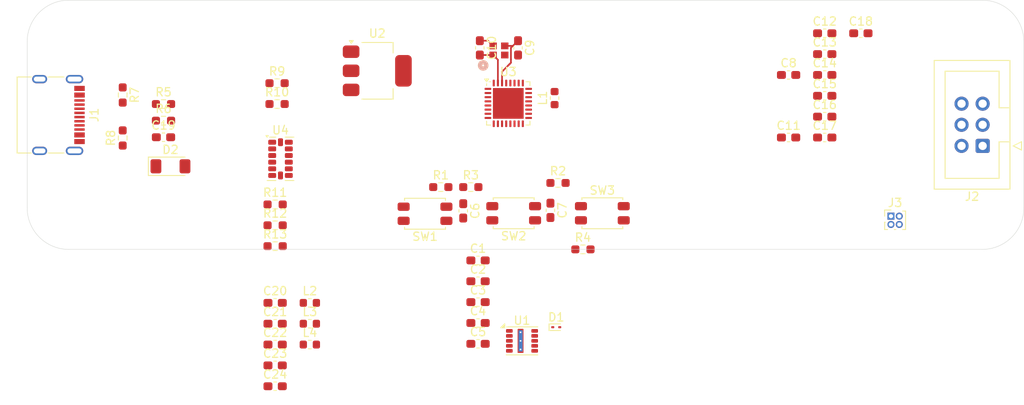
<source format=kicad_pcb>
(kicad_pcb (version 20241229) (generator "pcbnew") (generator_version "9.0")
  (layers (0 "F.Cu" signal) (2 "B.Cu" signal) (13 "F.Paste" user) (15 "B.Paste" user) (5 "F.SilkS" user "F.Silkscreen") (7 "B.SilkS" user "B.Silkscreen") (1 "F.Mask" user) (3 "B.Mask" user) (25 "Edge.Cuts" user))
  (net 0 "")
  (net 1 "GNDREF")
  (net 2 "+12V")
  (net 3 "+5V_buck")
  (net 4 "+5V")
  (net 5 "+3.3V")
  (net 6 "EN")
  (net 7 "BOOT")
  (net 8 "Net-(U3-CHIP_PU)")
  (net 9 "XTAL_N")
  (net 10 "XTAL_P")
  (net 11 "Net-(U3-VDDA3P3)")
  (net 12 "Net-(C19-Pad2)")
  (net 13 "ANT_MICRO")
  (net 14 "Net-(C21-Pad1)")
  (net 15 "Net-(C22-Pad2)")
  (net 16 "ANT_OUT")
  (net 17 "Net-(D2-A)")
  (net 18 "Net-(J1-D--PadA7)")
  (net 19 "Net-(J1-D+-PadA6)")
  (net 22 "Net-(J1-CC2)")
  (net 23 "Net-(J1-CC1)")
  (net 25 "Impact_IO")
  (net 27 "Impact_CLK")
  (net 28 "GAS_IN")
  (net 29 "GAS_DIG_IN")
  (net 30 "Net-(U3-GPIO8)")
  (net 31 "USB_DN")
  (net 32 "USB_DP")
  (net 34 "Net-(U3-SDIO_CMD{slash}GPIO18)")
  (net 60 "VBUS")
  (footprint "Inductor_SMD:L_0603_1608Metric" (layer "F.Cu") (at 134.533301 6.440299)
    (property "Reference" "L2" (at 0 -1.43 0) (layer "F.SilkS"))
    (property "Value" "tbd")
    (fp_line (start -0.162779 -0.51) (end 0.162779 -0.51) (stroke (width 0.12)) (layer "F.SilkS"))
    (fp_line (start -0.162779 0.51) (end 0.162779 0.51) (stroke (width 0.12)) (layer "F.SilkS"))
    (pad "1" smd roundrect (at -0.7875 0) (size 0.875 0.95) (layers "F.Cu" "F.Mask" "F.Paste") (net 13 "ANT_MICRO"))
    (pad "2" smd roundrect (at 0.7875 0) (size 0.875 0.95) (layers "F.Cu" "F.Mask" "F.Paste") (net 14 "Net-(C21-Pad1)"))
  )
  (footprint "Capacitor_SMD:C_0603_1608Metric_Pad1.08x0.95mm_HandSolder" (layer "F.Cu") (at 196.525 -21)
    (property "Reference" "C14" (at 0 -1.43 0) (layer "F.SilkS"))
    (property "Value" "10uF")
    (fp_line (start -0.146267 -0.51) (end 0.146267 -0.51) (stroke (width 0.12)) (layer "F.SilkS"))
    (fp_line (start -0.146267 0.51) (end 0.146267 0.51) (stroke (width 0.12)) (layer "F.SilkS"))
    (pad "1" smd roundrect (at -0.8625 0) (size 1.075 0.95) (layers "F.Cu" "F.Mask" "F.Paste") (net 5 "+3.3V"))
    (pad "2" smd roundrect (at 0.8625 0) (size 1.075 0.95) (layers "F.Cu" "F.Mask" "F.Paste") (net 1 "GNDREF"))
  )
  (footprint "Capacitor_SMD:C_0603_1608Metric_Pad1.08x0.95mm_HandSolder" (layer "F.Cu") (at 154.783301 11.370299)
    (property "Reference" "C5" (at 0 -1.43 0) (layer "F.SilkS"))
    (property "Value" "10uF")
    (fp_line (start -0.146267 -0.51) (end 0.146267 -0.51) (stroke (width 0.12)) (layer "F.SilkS"))
    (fp_line (start -0.146267 0.51) (end 0.146267 0.51) (stroke (width 0.12)) (layer "F.SilkS"))
    (pad "1" smd roundrect (at -0.8625 0) (size 1.075 0.95) (layers "F.Cu" "F.Mask" "F.Paste") (net 5 "+3.3V"))
    (pad "2" smd roundrect (at 0.8625 0) (size 1.075 0.95) (layers "F.Cu" "F.Mask" "F.Paste") (net 1 "GNDREF"))
  )
  (footprint "Resistor_SMD:R_0603_1608Metric_Pad0.98x0.95mm_HandSolder" (layer "F.Cu") (at 112 -18.5875 -90)
    (property "Reference" "R7" (at 0 -1.43 90) (layer "F.SilkS"))
    (property "Value" "5.1k")
    (fp_line (start -0.254724 0.5225) (end 0.254724 0.5225) (stroke (width 0.12)) (layer "F.SilkS"))
    (fp_line (start -0.254724 -0.5225) (end 0.254724 -0.5225) (stroke (width 0.12)) (layer "F.SilkS"))
    (pad "1" smd roundrect (at -0.9125 0 270) (size 0.975 0.95) (layers "F.Cu" "F.Mask" "F.Paste") (net 1 "GNDREF"))
    (pad "2" smd roundrect (at 0.9125 0 270) (size 0.975 0.95) (layers "F.Cu" "F.Mask" "F.Paste") (net 23 "Net-(J1-CC1)"))
  )
  (footprint "Resistor_SMD:R_0603_1608Metric_Pad0.98x0.95mm_HandSolder" (layer "F.Cu") (at 130.353301 -0.389701)
    (property "Reference" "R13" (at 0 -1.43 0) (layer "F.SilkS"))
    (property "Value" "100")
    (fp_line (start -0.254724 -0.5225) (end 0.254724 -0.5225) (stroke (width 0.12)) (layer "F.SilkS"))
    (fp_line (start -0.254724 0.5225) (end 0.254724 0.5225) (stroke (width 0.12)) (layer "F.SilkS"))
    (pad "1" smd roundrect (at -0.9125 0) (size 0.975 0.95) (layers "F.Cu" "F.Mask" "F.Paste"))
    (pad "2" smd roundrect (at 0.9125 0) (size 0.975 0.95) (layers "F.Cu" "F.Mask" "F.Paste") (net 60 "VBUS"))
  )
  (footprint "Capacitor_SMD:C_0603_1608Metric_Pad1.08x0.95mm_HandSolder" (layer "F.Cu") (at 154.783301 6.350299)
    (property "Reference" "C3" (at 0 -1.43 0) (layer "F.SilkS"))
    (property "Value" ".47uF")
    (fp_line (start -0.146267 -0.51) (end 0.146267 -0.51) (stroke (width 0.12)) (layer "F.SilkS"))
    (fp_line (start -0.146267 0.51) (end 0.146267 0.51) (stroke (width 0.12)) (layer "F.SilkS"))
    (pad "1" smd roundrect (at -0.8625 0) (size 1.075 0.95) (layers "F.Cu" "F.Mask" "F.Paste") (net 4 "+5V"))
    (pad "2" smd roundrect (at 0.8625 0) (size 1.075 0.95) (layers "F.Cu" "F.Mask" "F.Paste") (net 1 "GNDREF"))
  )
  (footprint "Inductor_SMD:L_0603_1608Metric" (layer "F.Cu") (at 134.533301 11.460299)
    (property "Reference" "L4" (at 0 -1.43 0) (layer "F.SilkS"))
    (property "Value" "tbd")
    (fp_line (start -0.162779 -0.51) (end 0.162779 -0.51) (stroke (width 0.12)) (layer "F.SilkS"))
    (fp_line (start -0.162779 0.51) (end 0.162779 0.51) (stroke (width 0.12)) (layer "F.SilkS"))
    (pad "1" smd roundrect (at -0.7875 0) (size 0.875 0.95) (layers "F.Cu" "F.Mask" "F.Paste") (net 15 "Net-(C22-Pad2)"))
    (pad "2" smd roundrect (at 0.7875 0) (size 0.875 0.95) (layers "F.Cu" "F.Mask" "F.Paste") (net 16 "ANT_OUT"))
  )
  (footprint "Capacitor_SMD:C_0603_1608Metric_Pad1.08x0.95mm_HandSolder" (layer "F.Cu") (at 196.525 -18.49)
    (property "Reference" "C15" (at 0 -1.43 0) (layer "F.SilkS"))
    (property "Value" "0.1uF")
    (fp_line (start -0.146267 -0.51) (end 0.146267 -0.51) (stroke (width 0.12)) (layer "F.SilkS"))
    (fp_line (start -0.146267 0.51) (end 0.146267 0.51) (stroke (width 0.12)) (layer "F.SilkS"))
    (pad "1" smd roundrect (at -0.8625 0) (size 1.075 0.95) (layers "F.Cu" "F.Mask" "F.Paste") (net 11 "Net-(U3-VDDA3P3)"))
    (pad "2" smd roundrect (at 0.8625 0) (size 1.075 0.95) (layers "F.Cu" "F.Mask" "F.Paste") (net 1 "GNDREF"))
  )
  (footprint "Capacitor_SMD:C_0603_1608Metric_Pad1.08x0.95mm_HandSolder" (layer "F.Cu") (at 196.525 -13.47)
    (property "Reference" "C17" (at 0 -1.43 0) (layer "F.SilkS"))
    (property "Value" "1uF")
    (fp_line (start -0.146267 -0.51) (end 0.146267 -0.51) (stroke (width 0.12)) (layer "F.SilkS"))
    (fp_line (start -0.146267 0.51) (end 0.146267 0.51) (stroke (width 0.12)) (layer "F.SilkS"))
    (pad "1" smd roundrect (at -0.8625 0) (size 1.075 0.95) (layers "F.Cu" "F.Mask" "F.Paste") (net 5 "+3.3V"))
    (pad "2" smd roundrect (at 0.8625 0) (size 1.075 0.95) (layers "F.Cu" "F.Mask" "F.Paste") (net 1 "GNDREF"))
  )
  (footprint "Button_Switch_SMD:SW_SPST_EVQP2_MiddlePushTravel_H2.5mm" (layer "F.Cu") (at 148.4 -4.2875 180)
    (property "Reference" "SW1" (at 0 -2.75 0) (layer "F.SilkS"))
    (property "Value" "SW_MEC_5E" (hide yes))
    (fp_line (start 2.46 1.61) (end 2.46 1.86) (stroke (width 0.12)) (layer "F.SilkS"))
    (fp_line (start 2.46 -1.86) (end 2.46 -1.61) (stroke (width 0.12)) (layer "F.SilkS"))
    (fp_line (start 2.46 -1.86) (end -2.46 -1.86) (stroke (width 0.12)) (layer "F.SilkS"))
    (fp_line (start -2.46 1.86) (end 2.46 1.86) (stroke (width 0.12)) (layer "F.SilkS"))
    (fp_line (start -2.46 1.61) (end -2.46 1.86) (stroke (width 0.12)) (layer "F.SilkS"))
    (fp_line (start -2.46 -1.86) (end -2.46 -1.61) (stroke (width 0.12)) (layer "F.SilkS"))
    (pad "1" smd roundrect (at -2.575 -0.85 180) (size 1.45 1) (layers "F.Cu" "F.Mask" "F.Paste") (net 1 "GNDREF"))
    (pad "1" smd roundrect (at 2.575 -0.85 180) (size 1.45 1) (layers "F.Cu" "F.Mask" "F.Paste") (net 1 "GNDREF"))
    (pad "2" smd roundrect (at -2.575 0.85 180) (size 1.45 1) (layers "F.Cu" "F.Mask" "F.Paste") (net 6 "EN"))
    (pad "2" smd roundrect (at 2.575 0.85 180) (size 1.45 1) (layers "F.Cu" "F.Mask" "F.Paste") (net 6 "EN"))
  )
  (footprint "Resistor_SMD:R_0603_1608Metric_Pad0.98x0.95mm_HandSolder" (layer "F.Cu") (at 130.353301 -2.899701)
    (property "Reference" "R12" (at 0 -1.43 0) (layer "F.SilkS"))
    (property "Value" "100k")
    (fp_line (start -0.254724 -0.5225) (end 0.254724 -0.5225) (stroke (width 0.12)) (layer "F.SilkS"))
    (fp_line (start -0.254724 0.5225) (end 0.254724 0.5225) (stroke (width 0.12)) (layer "F.SilkS"))
    (pad "1" smd roundrect (at -0.9125 0) (size 0.975 0.95) (layers "F.Cu" "F.Mask" "F.Paste") (net 60 "VBUS"))
    (pad "2" smd roundrect (at 0.9125 0) (size 0.975 0.95) (layers "F.Cu" "F.Mask" "F.Paste") (net 12 "Net-(C19-Pad2)"))
  )
  (footprint "Package_LGA:Texas_SIL0010A_MicroSiP-10-1EP_3.8x3mm_P0.6mm_EP0.7x2.9mm_ThermalVias" (layer "F.Cu") (at 160.078301 11.015299)
    (property "Reference" "U1" (at 0 -2.45 0) (layer "F.SilkS"))
    (property "Value" "LMZM23601V5")
    (fp_line (start -1.9 1.685) (end 1.9 1.685) (stroke (width 0.12)) (layer "F.SilkS"))
    (fp_line (start -1.84 -1.685) (end 1.9 -1.685) (stroke (width 0.12)) (layer "F.SilkS"))
    (fp_poly (pts (xy -2.08 -1.58) (xy -2.56 -1.58) (xy -2.08 -2.06)) (stroke (width 0.12)) (fill yes) (layer "F.SilkS"))
    (pad "1" smd roundrect (at -1.525 -1.2) (size 0.8 0.45) (layers "F.Cu" "F.Mask" "F.Paste") (net 1 "GNDREF"))
    (pad "2" smd roundrect (at -1.525 -0.6) (size 0.8 0.45) (layers "F.Cu" "F.Mask" "F.Paste") (net 1 "GNDREF"))
    (pad "3" smd roundrect (at -1.525 0) (size 0.8 0.45) (layers "F.Cu" "F.Mask" "F.Paste") (net 2 "+12V"))
    (pad "4" smd roundrect (at -1.525 0.6) (size 0.8 0.45) (layers "F.Cu" "F.Mask" "F.Paste") (net 2 "+12V"))
    (pad "5" smd roundrect (at -1.525 1.2) (size 0.8 0.45) (layers "F.Cu" "F.Mask" "F.Paste"))
    (pad "6" smd roundrect (at 1.525 1.2) (size 0.8 0.45) (layers "F.Cu" "F.Mask" "F.Paste") (net 3 "+5V_buck"))
    (pad "7" smd roundrect (at 1.525 0.6) (size 0.8 0.45) (layers "F.Cu" "F.Mask" "F.Paste") (net 3 "+5V_buck"))
    (pad "8" smd roundrect (at 1.525 0) (size 0.8 0.45) (layers "F.Cu" "F.Mask" "F.Paste"))
    (pad "9" smd roundrect (at 1.525 -0.6) (size 0.8 0.45) (layers "F.Cu" "F.Mask" "F.Paste"))
    (pad "10" smd roundrect (at 1.525 -1.2) (size 0.8 0.45) (layers "F.Cu" "F.Mask" "F.Paste"))
    (pad "11" thru_hole circle (at -0.175 -1.03) (size 0.5 0.5) (drill 0.2) (property pad_prop_heatsink) (layers "*.Cu") (net 1 "GNDREF"))
    (pad "11" thru_hole circle (at -0.175 0) (size 0.5 0.5) (drill 0.2) (property pad_prop_heatsink) (layers "*.Cu") (net 1 "GNDREF"))
    (pad "11" smd rect (at -0.175 0) (size 0.5 2.56) (property pad_prop_heatsink) (layers "B.Cu") (net 1 "GNDREF"))
    (pad "11" smd rect (at -0.175 0) (size 0.7 2.9) (property pad_prop_heatsink) (layers "F.Cu" "F.Mask") (net 1 "GNDREF"))
    (pad "11" thru_hole circle (at -0.175 1.03) (size 0.5 0.5) (drill 0.2) (property pad_prop_heatsink) (layers "*.Cu") (net 1 "GNDREF"))
  )
  (footprint "Capacitor_SMD:C_0603_1608Metric_Pad1.08x0.95mm_HandSolder" (layer "F.Cu") (at 200.875 -26.02)
    (property "Reference" "C18" (at 0 -1.43 0) (layer "F.SilkS"))
    (property "Value" "10uF")
    (fp_line (start -0.146267 -0.51) (end 0.146267 -0.51) (stroke (width 0.12)) (layer "F.SilkS"))
    (fp_line (start -0.146267 0.51) (end 0.146267 0.51) (stroke (width 0.12)) (layer "F.SilkS"))
    (pad "1" smd roundrect (at -0.8625 0) (size 1.075 0.95) (layers "F.Cu" "F.Mask" "F.Paste") (net 5 "+3.3V"))
    (pad "2" smd roundrect (at 0.8625 0) (size 1.075 0.95) (layers "F.Cu" "F.Mask" "F.Paste") (net 1 "GNDREF"))
  )
  (footprint "Resistor_SMD:R_0603_1608Metric_Pad0.98x0.95mm_HandSolder" (layer "F.Cu") (at 130.353301 -5.409701)
    (property "Reference" "R11" (at 0 -1.43 0) (layer "F.SilkS"))
    (property "Value" "2.2k")
    (fp_line (start -0.254724 -0.5225) (end 0.254724 -0.5225) (stroke (width 0.12)) (layer "F.SilkS"))
    (fp_line (start -0.254724 0.5225) (end 0.254724 0.5225) (stroke (width 0.12)) (layer "F.SilkS"))
    (pad "1" smd roundrect (at -0.9125 0) (size 0.975 0.95) (layers "F.Cu" "F.Mask" "F.Paste") (net 17 "Net-(D2-A)"))
    (pad "2" smd roundrect (at 0.9125 0) (size 0.975 0.95) (layers "F.Cu" "F.Mask" "F.Paste") (net 1 "GNDREF"))
  )
  (footprint "Button_Switch_SMD:SW_SPST_EVQP2_MiddlePushTravel_H2.5mm" (layer "F.Cu") (at 159.075 -4.35 180)
    (property "Reference" "SW2" (at 0 -2.75 0) (layer "F.SilkS"))
    (property "Value" "SW_MEC_5E" (hide yes))
    (fp_line (start 2.46 1.61) (end 2.46 1.86) (stroke (width 0.12)) (layer "F.SilkS"))
    (fp_line (start 2.46 -1.86) (end 2.46 -1.61) (stroke (width 0.12)) (layer "F.SilkS"))
    (fp_line (start 2.46 -1.86) (end -2.46 -1.86) (stroke (width 0.12)) (layer "F.SilkS"))
    (fp_line (start -2.46 1.86) (end 2.46 1.86) (stroke (width 0.12)) (layer "F.SilkS"))
    (fp_line (start -2.46 1.61) (end -2.46 1.86) (stroke (width 0.12)) (layer "F.SilkS"))
    (fp_line (start -2.46 -1.86) (end -2.46 -1.61) (stroke (width 0.12)) (layer "F.SilkS"))
    (pad "1" smd roundrect (at -2.575 -0.85 180) (size 1.45 1) (layers "F.Cu" "F.Mask" "F.Paste") (net 1 "GNDREF"))
    (pad "1" smd roundrect (at 2.575 -0.85 180) (size 1.45 1) (layers "F.Cu" "F.Mask" "F.Paste") (net 1 "GNDREF"))
    (pad "2" smd roundrect (at -2.575 0.85 180) (size 1.45 1) (layers "F.Cu" "F.Mask" "F.Paste") (net 7 "BOOT"))
    (pad "2" smd roundrect (at 2.575 0.85 180) (size 1.45 1) (layers "F.Cu" "F.Mask" "F.Paste") (net 7 "BOOT"))
  )
  (footprint "Resistor_SMD:R_0603_1608Metric_Pad0.98x0.95mm_HandSolder" (layer "F.Cu") (at 150.3 -7.5)
    (property "Reference" "R1" (at 0 -1.43 0) (layer "F.SilkS"))
    (property "Value" "10k")
    (fp_line (start -0.254724 -0.5225) (end 0.254724 -0.5225) (stroke (width 0.12)) (layer "F.SilkS"))
    (fp_line (start -0.254724 0.5225) (end 0.254724 0.5225) (stroke (width 0.12)) (layer "F.SilkS"))
    (pad "1" smd roundrect (at -0.9125 0) (size 0.975 0.95) (layers "F.Cu" "F.Mask" "F.Paste") (net 5 "+3.3V"))
    (pad "2" smd roundrect (at 0.9125 0) (size 0.975 0.95) (layers "F.Cu" "F.Mask" "F.Paste") (net 6 "EN"))
  )
  (footprint "Resistor_SMD:R_0603_1608Metric_Pad0.98x0.95mm_HandSolder" (layer "F.Cu") (at 153.9125 -7.5)
    (property "Reference" "R3" (at 0 -1.43 0) (layer "F.SilkS"))
    (property "Value" "10k")
    (fp_line (start -0.254724 -0.5225) (end 0.254724 -0.5225) (stroke (width 0.12)) (layer "F.SilkS"))
    (fp_line (start -0.254724 0.5225) (end 0.254724 0.5225) (stroke (width 0.12)) (layer "F.SilkS"))
    (pad "1" smd roundrect (at -0.9125 0) (size 0.975 0.95) (layers "F.Cu" "F.Mask" "F.Paste") (net 6 "EN"))
    (pad "2" smd roundrect (at 0.9125 0) (size 0.975 0.95) (layers "F.Cu" "F.Mask" "F.Paste") (net 8 "Net-(U3-CHIP_PU)"))
  )
  (footprint "Capacitor_SMD:C_0603_1608Metric_Pad1.08x0.95mm_HandSolder" (layer "F.Cu") (at 159.599998 -24.262502 -90)
    (property "Reference" "C9" (at 0 -1.43 90) (layer "F.SilkS"))
    (property "Value" "10pF")
    (fp_line (start -0.146267 0.51) (end 0.146267 0.51) (stroke (width 0.12)) (layer "F.SilkS"))
    (fp_line (start -0.146267 -0.51) (end 0.146267 -0.51) (stroke (width 0.12)) (layer "F.SilkS"))
    (pad "1" smd roundrect (at -0.8625 0 270) (size 1.075 0.95) (layers "F.Cu" "F.Mask" "F.Paste") (net 9 "XTAL_N"))
    (pad "2" smd roundrect (at 0.8625 0 270) (size 1.075 0.95) (layers "F.Cu" "F.Mask" "F.Paste") (net 1 "GNDREF"))
  )
  (footprint "Capacitor_SMD:C_0603_1608Metric_Pad1.08x0.95mm_HandSolder" (layer "F.Cu") (at 192.175 -21)
    (property "Reference" "C8" (at 0 -1.43 0) (layer "F.SilkS"))
    (property "Value" "1uF")
    (fp_line (start -0.146267 -0.51) (end 0.146267 -0.51) (stroke (width 0.12)) (layer "F.SilkS"))
    (fp_line (start -0.146267 0.51) (end 0.146267 0.51) (stroke (width 0.12)) (layer "F.SilkS"))
    (pad "1" smd roundrect (at -0.8625 0) (size 1.075 0.95) (layers "F.Cu" "F.Mask" "F.Paste") (net 8 "Net-(U3-CHIP_PU)"))
    (pad "2" smd roundrect (at 0.8625 0) (size 1.075 0.95) (layers "F.Cu" "F.Mask" "F.Paste") (net 1 "GNDREF"))
  )
  (footprint "Resistor_SMD:R_0603_1608Metric_Pad0.98x0.95mm_HandSolder" (layer "F.Cu") (at 130.5875 -17.5)
    (property "Reference" "R10" (at 0 -1.43 0) (layer "F.SilkS"))
    (property "Value" "2.2k")
    (fp_line (start -0.254724 -0.5225) (end 0.254724 -0.5225) (stroke (width 0.12)) (layer "F.SilkS"))
    (fp_line (start -0.254724 0.5225) (end 0.254724 0.5225) (stroke (width 0.12)) (layer "F.SilkS"))
    (pad "1" smd roundrect (at -0.9125 0) (size 0.975 0.95) (layers "F.Cu" "F.Mask" "F.Paste") (net 5 "+3.3V"))
    (pad "2" smd roundrect (at 0.9125 0) (size 0.975 0.95) (layers "F.Cu" "F.Mask" "F.Paste") (net 27 "Impact_CLK"))
  )
  (footprint "Connector_USB:USB_C_Receptacle_G-Switch_GT-USB-7010ASV" (layer "F.Cu") (at 103.075 -16.18 -90)
    (property "Reference" "J1" (at 0 -5.5 90) (layer "F.SilkS"))
    (property "Value" "USB_C_Receptacle_USB2.0_16P")
    (fp_line (start -4.58 3.785) (end -4.58 2.08) (stroke (width 0.12)) (layer "F.SilkS"))
    (fp_line (start 4.58 3.785) (end -4.58 3.785) (stroke (width 0.12)) (layer "F.SilkS"))
    (fp_line (start 4.58 2.08) (end 4.58 3.785) (stroke (width 0.12)) (layer "F.SilkS"))
    (fp_line (start 4.58 0.07) (end 4.58 -1.85) (stroke (width 0.12)) (layer "F.SilkS"))
    (fp_line (start -4.58 -1.85) (end -4.58 0.07) (stroke (width 0.12)) (layer "F.SilkS"))
    (pad "" np_thru_hole circle (at -2.89 -2.605 270) (size 0.65 0.65) (drill 0.65) (layers "*.Cu" "*.Mask"))
    (pad "" np_thru_hole circle (at 2.89 -2.605 270) (size 0.65 0.65) (drill 0.65) (layers "*.Cu" "*.Mask"))
    (pad "A1" smd rect (at -3.2 -3.725 270) (size 0.6 1.24) (layers "F.Cu" "F.Mask" "F.Paste") (net 1 "GNDREF"))
    (pad "A4" smd rect (at -2.4 -3.725 270) (size 0.6 1.24) (layers "F.Cu" "F.Mask" "F.Paste") (net 60 "VBUS"))
    (pad "A5" smd rect (at -1.25 -3.725 270) (size 0.3 1.24) (layers "F.Cu" "F.Mask" "F.Paste") (net 23 "Net-(J1-CC1)"))
    (pad "A6" smd rect (at -0.25 -3.725 270) (size 0.3 1.24) (layers "F.Cu" "F.Mask" "F.Paste") (net 19 "Net-(J1-D+-PadA6)"))
    (pad "A7" smd rect (at 0.25 -3.725 270) (size 0.3 1.24) (layers "F.Cu" "F.Mask" "F.Paste") (net 18 "Net-(J1-D--PadA7)"))
    (pad "A8" smd rect (at 1.25 -3.725 270) (size 0.3 1.24) (layers "F.Cu" "F.Mask" "F.Paste"))
    (pad "A9" smd rect (at 2.4 -3.725 270) (size 0.6 1.24) (layers "F.Cu" "F.Mask" "F.Paste") (net 60 "VBUS"))
    (pad "A12" smd rect (at 3.2 -3.725 270) (size 0.6 1.24) (layers "F.Cu" "F.Mask" "F.Paste") (net 1 "GNDREF"))
    (pad "B1" smd rect (at 3.2 -3.725 270) (size 0.6 1.24) (layers "F.Cu" "F.Mask" "F.Paste") (net 1 "GNDREF"))
    (pad "B4" smd rect (at 2.4 -3.725 270) (size 0.6 1.24) (layers "F.Cu" "F.Mask" "F.Paste") (net 60 "VBUS"))
    (pad "B5" smd rect (at 1.75 -3.725 270) (size 0.3 1.24) (layers "F.Cu" "F.Mask" "F.Paste") (net 22 "Net-(J1-CC2)"))
    (pad "B6" smd rect (at 0.75 -3.725 270) (size 0.3 1.24) (layers "F.Cu" "F.Mask" "F.Paste") (net 19 "Net-(J1-D+-PadA6)"))
    (pad "B7" smd rect (at -0.75 -3.725 270) (size 0.3 1.24) (layers "F.Cu" "F.Mask" "F.Paste") (net 18 "Net-(J1-D--PadA7)"))
    (pad "B8" smd rect (at -1.75 -3.725 270) (size 0.3 1.24) (layers "F.Cu" "F.Mask" "F.Paste"))
    (pad "B9" smd rect (at -2.4 -3.725 270) (size 0.6 1.24) (layers "F.Cu" "F.Mask" "F.Paste") (net 60 "VBUS"))
    (pad "B12" smd rect (at -3.2 -3.725 270) (size 0.6 1.24) (layers "F.Cu" "F.Mask" "F.Paste") (net 1 "GNDREF"))
    (pad "S1" thru_hole oval (at -4.32 -3.125 270) (size 1 2.1) (drill oval 0.6 1.7) (property pad_prop_heatsink) (layers "*.Cu" "*.Mask") (net 1 "GNDREF"))
    (pad "S1" thru_hole oval (at -4.32 1.075 270) (size 1 1.8) (drill oval 0.6 1.4) (property pad_prop_heatsink) (layers "*.Cu" "*.Mask") (net 1 "GNDREF"))
    (pad "S1" thru_hole oval (at 4.32 -3.125 270) (size 1 2.1) (drill oval 0.6 1.7) (property pad_prop_heatsink) (layers "*.Cu" "*.Mask") (net 1 "GNDREF"))
    (pad "S1" thru_hole oval (at 4.32 1.075 270) (size 1 1.8) (drill oval 0.6 1.4) (property pad_prop_heatsink) (layers "*.Cu" "*.Mask") (net 1 "GNDREF"))
  )
  (footprint "Capacitor_SMD:C_0603_1608Metric_Pad1.08x0.95mm_HandSolder" (layer "F.Cu") (at 130.353301 16.480299)
    (property "Reference" "C24" (at 0 -1.43 0) (layer "F.SilkS"))
    (property "Value" "tbd")
    (fp_line (start -0.146267 -0.51) (end 0.146267 -0.51) (stroke (width 0.12)) (layer "F.SilkS"))
    (fp_line (start -0.146267 0.51) (end 0.146267 0.51) (stroke (width 0.12)) (layer "F.SilkS"))
    (pad "1" smd roundrect (at -0.8625 0) (size 1.075 0.95) (layers "F.Cu" "F.Mask" "F.Paste") (net 16 "ANT_OUT"))
    (pad "2" smd roundrect (at 0.8625 0) (size 1.075 0.95) (layers "F.Cu" "F.Mask" "F.Paste") (net 1 "GNDREF"))
  )
  (footprint "Capacitor_SMD:C_0603_1608Metric_Pad1.08x0.95mm_HandSolder" (layer "F.Cu") (at 154.783301 3.840299)
    (property "Reference" "C2" (at 0 -1.43 0) (layer "F.SilkS"))
    (property "Value" "10uF")
    (fp_line (start -0.146267 -0.51) (end 0.146267 -0.51) (stroke (width 0.12)) (layer "F.SilkS"))
    (fp_line (start -0.146267 0.51) (end 0.146267 0.51) (stroke (width 0.12)) (layer "F.SilkS"))
    (pad "1" smd roundrect (at -0.8625 0) (size 1.075 0.95) (layers "F.Cu" "F.Mask" "F.Paste") (net 3 "+5V_buck"))
    (pad "2" smd roundrect (at 0.8625 0) (size 1.075 0.95) (layers "F.Cu" "F.Mask" "F.Paste") (net 1 "GNDREF"))
  )
  (footprint "Capacitor_SMD:C_0603_1608Metric_Pad1.08x0.95mm_HandSolder" (layer "F.Cu") (at 116.9125 -13.5)
    (property "Reference" "C19" (at 0 -1.43 0) (layer "F.SilkS"))
    (property "Value" "22uF")
    (fp_line (start -0.146267 -0.51) (end 0.146267 -0.51) (stroke (width 0.12)) (layer "F.SilkS"))
    (fp_line (start -0.146267 0.51) (end 0.146267 0.51) (stroke (width 0.12)) (layer "F.SilkS"))
    (pad "1" smd roundrect (at -0.8625 0) (size 1.075 0.95) (layers "F.Cu" "F.Mask" "F.Paste") (net 60 "VBUS"))
    (pad "2" smd roundrect (at 0.8625 0) (size 1.075 0.95) (layers "F.Cu" "F.Mask" "F.Paste") (net 12 "Net-(C19-Pad2)"))
  )
  (footprint "Connector_PinHeader_1.00mm:PinHeader_2x02_P1.00mm_Vertical" (layer "F.Cu") (at 204.5 -4)
    (property "Reference" "J3" (at 0.5 -1.61 0) (layer "F.SilkS"))
    (property "Value" "Conn_01x04_Pin")
    (fp_line (start -0.76 -0.735) (end 0 -0.735) (stroke (width 0.12)) (layer "F.SilkS"))
    (fp_line (start -0.76 0) (end -0.76 -0.735) (stroke (width 0.12)) (layer "F.SilkS"))
    (fp_line (start -0.76 0.735) (end -0.76 1.61) (stroke (width 0.12)) (layer "F.SilkS"))
    (fp_line (start -0.76 0.735) (end -0.685565 0.735) (stroke (width 0.12)) (layer "F.SilkS"))
    (fp_line (start -0.76 1.61) (end -0.41003 1.61) (stroke (width 0.12)) (layer "F.SilkS"))
    (fp_line (start 0.41003 1.61) (end 0.58997 1.61) (stroke (width 0.12)) (layer "F.SilkS"))
    (fp_line (start 1.41003 -0.61) (end 1.76 -0.61) (stroke (width 0.12)) (layer "F.SilkS"))
    (fp_line (start 1.41003 1.61) (end 1.76 1.61) (stroke (width 0.12)) (layer "F.SilkS"))
    (fp_line (start 1.76 -0.61) (end 1.76 1.61) (stroke (width 0.12)) (layer "F.SilkS"))
    (pad "1" thru_hole rect (at 0 0) (size 0.85 0.85) (drill 0.5) (layers "*.Cu" "*.Mask") (net 1 "GNDREF"))
    (pad "2" thru_hole circle (at 1 0) (size 0.85 0.85) (drill 0.5) (layers "*.Cu" "*.Mask") (net 28 "GAS_IN"))
    (pad "3" thru_hole circle (at 0 1) (size 0.85 0.85) (drill 0.5) (layers "*.Cu" "*.Mask") (net 29 "GAS_DIG_IN"))
    (pad "4" thru_hole circle (at 1 1) (size 0.85 0.85) (drill 0.5) (layers "*.Cu" "*.Mask") (net 4 "+5V"))
  )
  (footprint "Capacitor_SMD:C_0603_1608Metric_Pad1.08x0.95mm_HandSolder" (layer "F.Cu") (at 196.525 -26.02)
    (property "Reference" "C12" (at 0 -1.43 0) (layer "F.SilkS"))
    (property "Value" "0.1uF")
    (fp_line (start -0.146267 -0.51) (end 0.146267 -0.51) (stroke (width 0.12)) (layer "F.SilkS"))
    (fp_line (start -0.146267 0.51) (end 0.146267 0.51) (stroke (width 0.12)) (layer "F.SilkS"))
    (pad "1" smd roundrect (at -0.8625 0) (size 1.075 0.95) (layers "F.Cu" "F.Mask" "F.Paste") (net 5 "+3.3V"))
    (pad "2" smd roundrect (at 0.8625 0) (size 1.075 0.95) (layers "F.Cu" "F.Mask" "F.Paste") (net 1 "GNDREF"))
  )
  (footprint "Capacitor_SMD:C_0603_1608Metric_Pad1.08x0.95mm_HandSolder" (layer "F.Cu") (at 163.5 -4.7 -90)
    (property "Reference" "C7" (at 0 -1.43 90) (layer "F.SilkS"))
    (property "Value" "1uF")
    (fp_line (start -0.146267 0.51) (end 0.146267 0.51) (stroke (width 0.12)) (layer "F.SilkS"))
    (fp_line (start -0.146267 -0.51) (end 0.146267 -0.51) (stroke (width 0.12)) (layer "F.SilkS"))
    (pad "1" smd roundrect (at -0.8625 0 270) (size 1.075 0.95) (layers "F.Cu" "F.Mask" "F.Paste") (net 7 "BOOT"))
    (pad "2" smd roundrect (at 0.8625 0 270) (size 1.075 0.95) (layers "F.Cu" "F.Mask" "F.Paste") (net 1 "GNDREF"))
  )
  (footprint "Capacitor_SMD:C_0603_1608Metric_Pad1.08x0.95mm_HandSolder" (layer "F.Cu") (at 154.783301 8.860299)
    (property "Reference" "C4" (at 0 -1.43 0) (layer "F.SilkS"))
    (property "Value" "33uF")
    (fp_line (start -0.146267 -0.51) (end 0.146267 -0.51) (stroke (width 0.12)) (layer "F.SilkS"))
    (fp_line (start -0.146267 0.51) (end 0.146267 0.51) (stroke (width 0.12)) (layer "F.SilkS"))
    (pad "1" smd roundrect (at -0.8625 0) (size 1.075 0.95) (layers "F.Cu" "F.Mask" "F.Paste") (net 5 "+3.3V"))
    (pad "2" smd roundrect (at 0.8625 0) (size 1.075 0.95) (layers "F.Cu" "F.Mask" "F.Paste") (net 1 "GNDREF"))
  )
  (footprint "Capacitor_SMD:C_0603_1608Metric_Pad1.08x0.95mm_HandSolder" (layer "F.Cu") (at 130.353301 8.950299)
    (property "Reference" "C21" (at 0 -1.43 0) (layer "F.SilkS"))
    (property "Value" "tbd")
    (fp_line (start -0.146267 -0.51) (end 0.146267 -0.51) (stroke (width 0.12)) (layer "F.SilkS"))
    (fp_line (start -0.146267 0.51) (end 0.146267 0.51) (stroke (width 0.12)) (layer "F.SilkS"))
    (pad "1" smd roundrect (at -0.8625 0) (size 1.075 0.95) (layers "F.Cu" "F.Mask" "F.Paste") (net 14 "Net-(C21-Pad1)"))
    (pad "2" smd roundrect (at 0.8625 0) (size 1.075 0.95) (layers "F.Cu" "F.Mask" "F.Paste") (net 1 "GNDREF"))
  )
  (footprint "Resistor_SMD:R_0603_1608Metric_Pad0.98x0.95mm_HandSolder" (layer "F.Cu") (at 164.4125 -8)
    (property "Reference" "R2" (at 0 -1.43 0) (layer "F.SilkS"))
    (property "Value" "10k")
    (fp_line (start -0.254724 -0.5225) (end 0.254724 -0.5225) (stroke (width 0.12)) (layer "F.SilkS"))
    (fp_line (start -0.254724 0.5225) (end 0.254724 0.5225) (stroke (width 0.12)) (layer "F.SilkS"))
    (pad "1" smd roundrect (at -0.9125 0) (size 0.975 0.95) (layers "F.Cu" "F.Mask" "F.Paste") (net 5 "+3.3V"))
    (pad "2" smd roundrect (at 0.9125 0) (size 0.975 0.95) (layers "F.Cu" "F.Mask" "F.Paste") (net 7 "BOOT"))
  )
  (footprint "Package_TO_SOT_SMD:SOT-223-3_TabPin2" (layer "F.Cu") (at 142.65 -21.5)
    (property "Reference" "U2" (at 0 -4.5 0) (layer "F.SilkS"))
    (property "Value" "LM3940 3.3V-SOT223")
    (fp_line (start -1.85 -3.41) (end 1.91 -3.41) (stroke (width 0.12)) (layer "F.SilkS"))
    (fp_line (start -1.85 3.41) (end 1.91 3.41) (stroke (width 0.12)) (layer "F.SilkS"))
    (fp_line (start 1.91 -3.41) (end 1.91 -2.15) (stroke (width 0.12)) (layer "F.SilkS"))
    (fp_line (start 1.91 3.41) (end 1.91 2.15) (stroke (width 0.12)) (layer "F.SilkS"))
    (fp_poly (pts (xy -3.13 -3.31) (xy -3.37 -3.64) (xy -2.89 -3.64) (xy -3.13 -3.31)) (stroke (width 0.12)) (fill yes) (layer "F.SilkS"))
    (pad "1" smd roundrect (at -3.15 -2.3) (size 2 1.5) (layers "F.Cu" "F.Mask" "F.Paste") (net 1 "GNDREF"))
    (pad "2" smd roundrect (at -3.15 0) (size 2 1.5) (layers "F.Cu" "F.Mask" "F.Paste") (net 5 "+3.3V"))
    (pad "2" smd roundrect (at 3.15 0) (size 2 3.8) (layers "F.Cu" "F.Mask" "F.Paste") (net 5 "+3.3V"))
    (pad "3" smd roundrect (at -3.15 2.3) (size 2 1.5) (layers "F.Cu" "F.Mask" "F.Paste") (net 4 "+5V"))
  )
  (footprint "Resistor_SMD:R_0603_1608Metric_Pad0.98x0.95mm_HandSolder" (layer "F.Cu") (at 130.5875 -20.01)
    (property "Reference" "R9" (at 0 -1.43 0) (layer "F.SilkS"))
    (property "Value" "2.2k")
    (fp_line (start -0.254724 -0.5225) (end 0.254724 -0.5225) (stroke (width 0.12)) (layer "F.SilkS"))
    (fp_line (start -0.254724 0.5225) (end 0.254724 0.5225) (stroke (width 0.12)) (layer "F.SilkS"))
    (pad "1" smd roundrect (at -0.9125 0) (size 0.975 0.95) (layers "F.Cu" "F.Mask" "F.Paste") (net 5 "+3.3V"))
    (pad "2" smd roundrect (at 0.9125 0) (size 0.975 0.95) (layers "F.Cu" "F.Mask" "F.Paste") (net 25 "Impact_IO"))
  )
  (footprint "Connector_IDC:IDC-Header_2x03_P2.54mm_Vertical" (layer "F.Cu") (at 215.54 -12.46 180)
    (property "Reference" "J2" (at 1.27 -6.1 0) (layer "F.SilkS"))
    (property "Value" "Conn_01x06_Pin")
    (fp_line (start 5.83 10.29) (end -3.29 10.29) (stroke (width 0.12)) (layer "F.SilkS"))
    (fp_line (start 5.83 -5.21) (end 5.83 10.29) (stroke (width 0.12)) (layer "F.SilkS"))
    (fp_line (start 4.52 8.99) (end -1.98 8.99) (stroke (width 0.12)) (layer "F.SilkS"))
    (fp_line (start 4.52 -3.91) (end 4.52 8.99) (stroke (width 0.12)) (layer "F.SilkS"))
    (fp_line (start -1.98 8.99) (end -1.98 4.59) (stroke (width 0.12)) (layer "F.SilkS"))
    (fp_line (start -1.98 4.59) (end -3.29 4.59) (stroke (width 0.12)) (layer "F.SilkS"))
    (fp_line (start -1.98 0.49) (end -1.98 -3.91) (stroke (width 0.12)) (layer "F.SilkS"))
    (fp_line (start -1.98 -3.91) (end 4.52 -3.91) (stroke (width 0.12)) (layer "F.SilkS"))
    (fp_line (start -3.29 10.29) (end -3.29 -5.21) (stroke (width 0.12)) (layer "F.SilkS"))
    (fp_line (start -3.29 0.49) (end -1.98 0.49) (stroke (width 0.12)) (layer "F.SilkS"))
    (fp_line (start -3.29 -5.21) (end 5.83 -5.21) (stroke (width 0.12)) (layer "F.SilkS"))
    (fp_line (start -3.68 0) (end -4.68 -0.5) (stroke (width 0.12)) (layer "F.SilkS"))
    (fp_line (start -4.68 0.5) (end -3.68 0) (stroke (width 0.12)) (layer "F.SilkS"))
    (fp_line (start -4.68 -0.5) (end -4.68 0.5) (stroke (width 0.12)) (layer "F.SilkS"))
    (pad "1" thru_hole roundrect (at 0 0 180) (size 1.7 1.7) (drill 1) (layers "*.Cu" "*.Mask") (roundrect_rratio 0.147059) (net 1 "GNDREF"))
    (pad "2" thru_hole circle (at 2.54 0 180) (size 1.7 1.7) (drill 1) (layers "*.Cu" "*.Mask"))
    (pad "3" thru_hole circle (at 0 2.54 180) (size 1.7 1.7) (drill 1) (layers "*.Cu" "*.Mask") (net 27 "Impact_CLK"))
    (pad "4" thru_hole circle (at 2.54 2.54 180) (size 1.7 1.7) (drill 1) (layers "*.Cu" "*.Mask"))
    (pad "5" thru_hole circle (at 0 5.08 180) (size 1.7 1.7) (drill 1) (layers "*.Cu" "*.Mask") (net 25 "Impact_IO"))
    (pad "6" thru_hole circle (at 2.54 5.08 180) (size 1.7 1.7) (drill 1) (layers "*.Cu" "*.Mask") (net 5 "+3.3V"))
  )
  (footprint "Diode_SMD:D_MiniMELF" (layer "F.Cu") (at 117.75 -10)
    (property "Reference" "D2" (at 0 -2 0) (layer "F.SilkS"))
    (property "Value" "BZV55C5V6")
    (fp_line (start -2.66 -1.11) (end -2.66 1.11) (stroke (width 0.12)) (layer "F.SilkS"))
    (fp_line (start -2.66 1.11) (end 1.75 1.11) (stroke (width 0.12)) (layer "F.SilkS"))
    (fp_line (start 1.75 -1.11) (end -2.66 -1.11) (stroke (width 0.12)) (layer "F.SilkS"))
    (pad "1" smd roundrect (at -1.75 0) (size 1.3 1.7) (layers "F.Cu" "F.Mask" "F.Paste") (roundrect_rratio 0.1923076923) (net 60 "VBUS"))
    (pad "2" smd roundrect (at 1.75 0) (size 1.3 1.7) (layers "F.Cu" "F.Mask" "F.Paste") (roundrect_rratio 0.1923076923) (net 17 "Net-(D2-A)"))
  )
  (footprint "Capacitor_SMD:C_0603_1608Metric_Pad1.08x0.95mm_HandSolder" (layer "F.Cu") (at 155 -24.262502 -90)
    (property "Reference" "C10" (at 0 -1.43 90) (layer "F.SilkS"))
    (property "Value" "10pF")
    (fp_line (start -0.146267 0.51) (end 0.146267 0.51) (stroke (width 0.12)) (layer "F.SilkS"))
    (fp_line (start -0.146267 -0.51) (end 0.146267 -0.51) (stroke (width 0.12)) (layer "F.SilkS"))
    (pad "1" smd roundrect (at -0.8625 0 270) (size 1.075 0.95) (layers "F.Cu" "F.Mask" "F.Paste") (net 1 "GNDREF"))
    (pad "2" smd roundrect (at 0.8625 0 270) (size 1.075 0.95) (layers "F.Cu" "F.Mask" "F.Paste") (net 10 "XTAL_P"))
  )
  (footprint "Button_Switch_SMD:SW_SPST_EVQP2_MiddlePushTravel_H2.5mm" (layer "F.Cu") (at 169.75 -4.35)
    (property "Reference" "SW3" (at 0 -2.75 0) (layer "F.SilkS"))
    (property "Value" "SW_MEC_5E" (hide yes))
    (fp_line (start -2.46 -1.86) (end -2.46 -1.61) (stroke (width 0.12)) (layer "F.SilkS"))
    (fp_line (start -2.46 1.61) (end -2.46 1.86) (stroke (width 0.12)) (layer "F.SilkS"))
    (fp_line (start -2.46 1.86) (end 2.46 1.86) (stroke (width 0.12)) (layer "F.SilkS"))
    (fp_line (start 2.46 -1.86) (end -2.46 -1.86) (stroke (width 0.12)) (layer "F.SilkS"))
    (fp_line (start 2.46 -1.86) (end 2.46 -1.61) (stroke (width 0.12)) (layer "F.SilkS"))
    (fp_line (start 2.46 1.61) (end 2.46 1.86) (stroke (width 0.12)) (layer "F.SilkS"))
    (pad "1" smd roundrect (at -2.575 -0.85) (size 1.45 1) (layers "F.Cu" "F.Mask" "F.Paste") (net 1 "GNDREF"))
    (pad "1" smd roundrect (at 2.575 -0.85) (size 1.45 1) (layers "F.Cu" "F.Mask" "F.Paste") (net 1 "GNDREF"))
    (pad "2" smd roundrect (at -2.575 0.85) (size 1.45 1) (layers "F.Cu" "F.Mask" "F.Paste") (net 34 "Net-(U3-SDIO_CMD{slash}GPIO18)"))
    (pad "2" smd roundrect (at 2.575 0.85) (size 1.45 1) (layers "F.Cu" "F.Mask" "F.Paste") (net 34 "Net-(U3-SDIO_CMD{slash}GPIO18)"))
  )
  (footprint "Capacitor_SMD:C_0603_1608Metric_Pad1.08x0.95mm_HandSolder" (layer "F.Cu") (at 130.353301 13.970299)
    (property "Reference" "C23" (at 0 -1.43 0) (layer "F.SilkS"))
    (property "Value" "tbd")
    (fp_line (start -0.146267 -0.51) (end 0.146267 -0.51) (stroke (width 0.12)) (layer "F.SilkS"))
    (fp_line (start -0.146267 0.51) (end 0.146267 0.51) (stroke (width 0.12)) (layer "F.SilkS"))
    (pad "1" smd roundrect (at -0.8625 0) (size 1.075 0.95) (layers "F.Cu" "F.Mask" "F.Paste") (net 15 "Net-(C22-Pad2)"))
    (pad "2" smd roundrect (at 0.8625 0) (size 1.075 0.95) (layers "F.Cu" "F.Mask" "F.Paste") (net 1 "GNDREF"))
  )
  (footprint "Capacitor_SMD:C_0603_1608Metric_Pad1.08x0.95mm_HandSolder" (layer "F.Cu") (at 153 -4.6375 -90)
    (property "Reference" "C6" (at 0 -1.43 90) (layer "F.SilkS"))
    (property "Value" "1uF")
    (fp_line (start -0.146267 0.51) (end 0.146267 0.51) (stroke (width 0.12)) (layer "F.SilkS"))
    (fp_line (start -0.146267 -0.51) (end 0.146267 -0.51) (stroke (width 0.12)) (layer "F.SilkS"))
    (pad "1" smd roundrect (at -0.8625 0 270) (size 1.075 0.95) (layers "F.Cu" "F.Mask" "F.Paste") (net 6 "EN"))
    (pad "2" smd roundrect (at 0.8625 0 270) (size 1.075 0.95) (layers "F.Cu" "F.Mask" "F.Paste") (net 1 "GNDREF"))
  )
  (footprint "Capacitor_SMD:C_0603_1608Metric_Pad1.08x0.95mm_HandSolder" (layer "F.Cu") (at 192.175 -13.47)
    (property "Reference" "C11" (at 0 -1.43 0) (layer "F.SilkS"))
    (property "Value" "0.1uF")
    (fp_line (start -0.146267 -0.51) (end 0.146267 -0.51) (stroke (width 0.12)) (layer "F.SilkS"))
    (fp_line (start -0.146267 0.51) (end 0.146267 0.51) (stroke (width 0.12)) (layer "F.SilkS"))
    (pad "1" smd roundrect (at -0.8625 0) (size 1.075 0.95) (layers "F.Cu" "F.Mask" "F.Paste") (net 5 "+3.3V"))
    (pad "2" smd roundrect (at 0.8625 0) (size 1.075 0.95) (layers "F.Cu" "F.Mask" "F.Paste") (net 1 "GNDREF"))
  )
  (footprint "Package_DFN_QFN:QFN-32-1EP_5x5mm_P0.5mm_EP3.7x3.7mm" (layer "F.Cu") (at 158.425 -17.575)
    (property "Reference" "U3" (at 0 -3.8 0) (layer "F.SilkS"))
    (property "Value" "ESP32-C6FH4")
    (fp_line (start -2.61 -2.135) (end -2.61 -2.37) (stroke (width 0.12)) (layer "F.SilkS"))
    (fp_line (start -2.61 2.61) (end -2.61 2.135) (stroke (width 0.12)) (layer "F.SilkS"))
    (fp_line (start -2.135 -2.61) (end -2.31 -2.61) (stroke (width 0.12)) (layer "F.SilkS"))
    (fp_line (start -2.135 2.61) (end -2.61 2.61) (stroke (width 0.12)) (layer "F.SilkS"))
    (fp_line (start 2.135 -2.61) (end 2.61 -2.61) (stroke (width 0.12)) (layer "F.SilkS"))
    (fp_line (start 2.135 2.61) (end 2.61 2.61) (stroke (width 0.12)) (layer "F.SilkS"))
    (fp_line (start 2.61 -2.61) (end 2.61 -2.135) (stroke (width 0.12)) (layer "F.SilkS"))
    (fp_line (start 2.61 2.61) (end 2.61 2.135) (stroke (width 0.12)) (layer "F.SilkS"))
    (fp_poly (pts (xy -2.61 -2.61) (xy -2.85 -2.94) (xy -2.37 -2.94)) (stroke (width 0.12)) (fill yes) (layer "F.SilkS"))
    (pad "1" smd roundrect (at -2.45 -1.75) (size 0.8 0.25) (layers "F.Cu" "F.Mask" "F.Paste") (net 13 "ANT_MICRO"))
    (pad "2" smd roundrect (at -2.45 -1.25) (size 0.8 0.25) (layers "F.Cu" "F.Mask" "F.Paste") (net 11 "Net-(U3-VDDA3P3)"))
    (pad "3" smd roundrect (at -2.45 -0.75) (size 0.8 0.25) (layers "F.Cu" "F.Mask" "F.Paste") (net 11 "Net-(U3-VDDA3P3)"))
    (pad "4" smd roundrect (at -2.45 -0.25) (size 0.8 0.25) (layers "F.Cu" "F.Mask" "F.Paste") (net 8 "Net-(U3-CHIP_PU)"))
    (pad "5" smd roundrect (at -2.45 0.25) (size 0.8 0.25) (layers "F.Cu" "F.Mask" "F.Paste") (net 5 "+3.3V"))
    (pad "6" smd roundrect (at -2.45 0.75) (size 0.8 0.25) (layers "F.Cu" "F.Mask" "F.Paste"))
    (pad "7" smd roundrect (at -2.45 1.25) (size 0.8 0.25) (layers "F.Cu" "F.Mask" "F.Paste"))
    (pad "8" smd roundrect (at -2.45 1.75) (size 0.8 0.25) (layers "F.Cu" "F.Mask" "F.Paste"))
    (pad "9" smd roundrect (at -1.75 2.45) (size 0.25 0.8) (layers "F.Cu" "F.Mask" "F.Paste"))
    (pad "10" smd roundrect (at -1.25 2.45) (size 0.25 0.8) (layers "F.Cu" "F.Mask" "F.Paste") (net 28 "GAS_IN"))
    (pad "11" smd roundrect (at -0.75 2.45) (size 0.25 0.8) (layers "F.Cu" "F.Mask" "F.Paste") (net 29 "GAS_DIG_IN"))
    (pad "12" smd roundrect (at -0.25 2.45) (size 0.25 0.8) (layers "F.Cu" "F.Mask" "F.Paste"))
    (pad "13" smd roundrect (at 0.25 2.45) (size 0.25 0.8) (layers "F.Cu" "F.Mask" "F.Paste"))
    (pad "14" smd roundrect (at 0.75 2.45) (size 0.25 0.8) (layers "F.Cu" "F.Mask" "F.Paste") (net 30 "Net-(U3-GPIO8)"))
    (pad "15" smd roundrect (at 1.25 2.45) (size 0.25 0.8) (layers "F.Cu" "F.Mask" "F.Paste") (net 7 "BOOT"))
    (pad "16" smd roundrect (at 1.75 2.45) (size 0.25 0.8) (layers "F.Cu" "F.Mask" "F.Paste") (net 31 "USB_DN"))
    (pad "17" smd roundrect (at 2.45 1.75) (size 0.8 0.25) (layers "F.Cu" "F.Mask" "F.Paste") (net 32 "USB_DP"))
    (pad "18" smd roundrect (at 2.45 1.25) (size 0.8 0.25) (layers "F.Cu" "F.Mask" "F.Paste") (net 25 "Impact_IO"))
    (pad "19" smd roundrect (at 2.45 0.75) (size 0.8 0.25) (layers "F.Cu" "F.Mask" "F.Paste") (net 27 "Impact_CLK"))
    (pad "20" smd roundrect (at 2.45 0.25) (size 0.8 0.25) (layers "F.Cu" "F.Mask" "F.Paste") (net 5 "+3.3V"))
    (pad "21" smd roundrect (at 2.45 -0.25) (size 0.8 0.25) (layers "F.Cu" "F.Mask" "F.Paste"))
    (pad "22" smd roundrect (at 2.45 -0.75) (size 0.8 0.25) (layers "F.Cu" "F.Mask" "F.Paste"))
    (pad "23" smd roundrect (at 2.45 -1.25) (size 0.8 0.25) (layers "F.Cu" "F.Mask" "F.Paste") (net 34 "Net-(U3-SDIO_CMD{slash}GPIO18)"))
    (pad "24" smd roundrect (at 2.45 -1.75) (size 0.8 0.25) (layers "F.Cu" "F.Mask" "F.Paste"))
    (pad "25" smd roundrect (at 1.75 -2.45) (size 0.25 0.8) (layers "F.Cu" "F.Mask" "F.Paste"))
    (pad "26" smd roundrect (at 1.25 -2.45) (size 0.25 0.8) (layers "F.Cu" "F.Mask" "F.Paste"))
    (pad "27" smd roundrect (at 0.75 -2.45) (size 0.25 0.8) (layers "F.Cu" "F.Mask" "F.Paste"))
    (pad "28" smd roundrect (at 0.25 -2.45) (size 0.25 0.8) (layers "F.Cu" "F.Mask" "F.Paste"))
    (pad "29" smd roundrect (at -0.25 -2.45) (size 0.25 0.8) (layers "F.Cu" "F.Mask" "F.Paste") (net 5 "+3.3V"))
    (pad "30" smd roundrect (at -0.75 -2.45) (size 0.25 0.8) (layers "F.Cu" "F.Mask" "F.Paste") (net 9 "XTAL_N"))
    (pad "31" smd roundrect (at -1.25 -2.45) (size 0.25 0.8) (layers "F.Cu" "F.Mask" "F.Paste") (net 10 "XTAL_P"))
    (pad "32" smd roundrect (at -1.75 -2.45) (size 0.25 0.8) (layers "F.Cu" "F.Mask" "F.Paste") (net 5 "+3.3V"))
    (pad "33" smd rect (at 0 0) (size 3.7 3.7) (property pad_prop_heatsink) (layers "F.Cu" "F.Mask") (net 1 "GNDREF"))
  )
  (footprint "Resistor_SMD:R_0603_1608Metric_Pad0.98x0.95mm_HandSolder" (layer "F.Cu") (at 167.4125 0)
    (property "Reference" "R4" (at 0 -1.43 0) (layer "F.SilkS"))
    (property "Value" "5k")
    (fp_line (start -0.254724 -0.5225) (end 0.254724 -0.5225) (stroke (width 0.12)) (layer "F.SilkS"))
    (fp_line (start -0.254724 0.5225) (end 0.254724 0.5225) (stroke (width 0.12)) (layer "F.SilkS"))
    (pad "1" smd roundrect (at -0.9125 0) (size 0.975 0.95) (layers "F.Cu" "F.Mask" "F.Paste") (net 5 "+3.3V"))
    (pad "2" smd roundrect (at 0.9125 0) (size 0.975 0.95) (layers "F.Cu" "F.Mask" "F.Paste") (net 30 "Net-(U3-GPIO8)"))
  )
  (footprint "Inductor_SMD:L_0603_1608Metric" (layer "F.Cu") (at 134.533301 8.950299)
    (property "Reference" "L3" (at 0 -1.43 0) (layer "F.SilkS"))
    (property "Value" "2nH")
    (fp_line (start -0.162779 -0.51) (end 0.162779 -0.51) (stroke (width 0.12)) (layer "F.SilkS"))
    (fp_line (start -0.162779 0.51) (end 0.162779 0.51) (stroke (width 0.12)) (layer "F.SilkS"))
    (pad "1" smd roundrect (at -0.7875 0) (size 0.875 0.95) (layers "F.Cu" "F.Mask" "F.Paste") (net 1 "GNDREF"))
    (pad "2" smd roundrect (at 0.7875 0) (size 0.875 0.95) (layers "F.Cu" "F.Mask" "F.Paste") (net 15 "Net-(C22-Pad2)"))
  )
  (footprint "Resistor_SMD:R_0603_1608Metric_Pad0.98x0.95mm_HandSolder" (layer "F.Cu") (at 116.9125 -17.5)
    (property "Reference" "R5" (at 0 -1.43 0) (layer "F.SilkS"))
    (property "Value" "22")
    (fp_line (start -0.254724 -0.5225) (end 0.254724 -0.5225) (stroke (width 0.12)) (layer "F.SilkS"))
    (fp_line (start -0.254724 0.5225) (end 0.254724 0.5225) (stroke (width 0.12)) (layer "F.SilkS"))
    (pad "1" smd roundrect (at -0.9125 0) (size 0.975 0.95) (layers "F.Cu" "F.Mask" "F.Paste") (net 31 "USB_DN"))
    (pad "2" smd roundrect (at 0.9125 0) (size 0.975 0.95) (layers "F.Cu" "F.Mask" "F.Paste") (net 18 "Net-(J1-D--PadA7)"))
  )
  (footprint "Diode_SMD:D_SOD-923" (layer "F.Cu") (at 164.198301 9.370299)
    (property "Reference" "D1" (at 0 -1.2 0) (layer "F.SilkS"))
    (property "Value" "ESD9B3.3ST5G")
    (fp_line (start -0.86 -0.4) (end -0.86 0.4) (stroke (width 0.12)) (layer "F.SilkS"))
    (fp_line (start 0.5 -0.4) (end -0.86 -0.4) (stroke (width 0.12)) (layer "F.SilkS"))
    (fp_line (start 0.5 0.4) (end -0.86 0.4) (stroke (width 0.12)) (layer "F.SilkS"))
    (pad "1" smd roundrect (at -0.42 0 180) (size 0.36 0.25) (layers "F.Cu" "F.Mask" "F.Paste") (net 1 "GNDREF"))
    (pad "2" smd roundrect (at 0.42 0 180) (size 0.36 0.25) (layers "F.Cu" "F.Mask" "F.Paste") (net 5 "+3.3V"))
  )
  (footprint "Resistor_SMD:R_0603_1608Metric_Pad0.98x0.95mm_HandSolder" (layer "F.Cu") (at 116.9125 -15.5)
    (property "Reference" "R6" (at 0 -1.43 0) (layer "F.SilkS"))
    (property "Value" "22")
    (fp_line (start -0.254724 -0.5225) (end 0.254724 -0.5225) (stroke (width 0.12)) (layer "F.SilkS"))
    (fp_line (start -0.254724 0.5225) (end 0.254724 0.5225) (stroke (width 0.12)) (layer "F.SilkS"))
    (pad "1" smd roundrect (at -0.9125 0) (size 0.975 0.95) (layers "F.Cu" "F.Mask" "F.Paste") (net 32 "USB_DP"))
    (pad "2" smd roundrect (at 0.9125 0) (size 0.975 0.95) (layers "F.Cu" "F.Mask" "F.Paste") (net 19 "Net-(J1-D+-PadA6)"))
  )
  (footprint "Package_LGA:LGA-14_3x5mm_P0.8mm_LayoutBorder1x6y" (layer "F.Cu") (at 131 -10.9)
    (property "Reference" "U4" (at 0 -3.45 0) (layer "F.SilkS"))
    (property "Value" "ADXL343")
    (fp_line (start -0.56 -2.61) (end -1.31 -2.61) (stroke (width 0.12)) (layer "F.SilkS"))
    (fp_line (start -0.56 2.61) (end -1.61 2.61) (stroke (width 0.12)) (layer "F.SilkS"))
    (fp_line (start 0.56 -2.61) (end 1.61 -2.61) (stroke (width 0.12)) (layer "F.SilkS"))
    (fp_line (start 0.56 2.61) (end 1.61 2.61) (stroke (width 0.12)) (layer "F.SilkS"))
    (fp_poly (pts (xy -1.61 -2.61) (xy -1.75 -2.8) (xy -1.47 -2.8)) (stroke (width 0.12)) (fill yes) (layer "F.SilkS"))
    (pad "1" smd roundrect (at -1 -2) (size 0.95 0.6) (layers "F.Cu" "F.Mask" "F.Paste") (net 5 "+3.3V"))
    (pad "2" smd roundrect (at -1 -1.2) (size 0.95 0.6) (layers "F.Cu" "F.Mask" "F.Paste") (net 1 "GNDREF"))
    (pad "3" smd roundrect (at -1 -0.4) (size 0.95 0.6) (layers "F.Cu" "F.Mask" "F.Paste"))
    (pad "4" smd roundrect (at -1 0.4) (size 0.95 0.6) (layers "F.Cu" "F.Mask" "F.Paste") (net 1 "GNDREF"))
    (pad "5" smd roundrect (at -1 1.2) (size 0.95 0.6) (layers "F.Cu" "F.Mask" "F.Paste") (net 1 "GNDREF"))
    (pad "6" smd roundrect (at -1 2) (size 0.95 0.6) (layers "F.Cu" "F.Mask" "F.Paste"))
    (pad "7" smd roundrect (at 0 2) (size 0.6 0.95) (layers "F.Cu" "F.Mask" "F.Paste"))
    (pad "8" smd roundrect (at 1 2) (size 0.95 0.6) (layers "F.Cu" "F.Mask" "F.Paste"))
    (pad "9" smd roundrect (at 1 1.2) (size 0.95 0.6) (layers "F.Cu" "F.Mask" "F.Paste"))
    (pad "10" smd roundrect (at 1 0.4) (size 0.95 0.6) (layers "F.Cu" "F.Mask" "F.Paste"))
    (pad "11" smd roundrect (at 1 -0.4) (size 0.95 0.6) (layers "F.Cu" "F.Mask" "F.Paste"))
    (pad "12" smd roundrect (at 1 -1.2) (size 0.95 0.6) (layers "F.Cu" "F.Mask" "F.Paste"))
    (pad "13" smd roundrect (at 1 -2) (size 0.95 0.6) (layers "F.Cu" "F.Mask" "F.Paste") (net 25 "Impact_IO"))
    (pad "14" smd roundrect (at 0 -2) (size 0.6 0.95) (layers "F.Cu" "F.Mask" "F.Paste") (net 27 "Impact_CLK"))
  )
  (footprint "Capacitor_SMD:C_0603_1608Metric_Pad1.08x0.95mm_HandSolder" (layer "F.Cu") (at 130.353301 6.440299)
    (property "Reference" "C20" (at 0 -1.43 0) (layer "F.SilkS"))
    (property "Value" "tbd")
    (fp_line (start -0.146267 -0.51) (end 0.146267 -0.51) (stroke (width 0.12)) (layer "F.SilkS"))
    (fp_line (start -0.146267 0.51) (end 0.146267 0.51) (stroke (width 0.12)) (layer "F.SilkS"))
    (pad "1" smd roundrect (at -0.8625 0) (size 1.075 0.95) (layers "F.Cu" "F.Mask" "F.Paste") (net 13 "ANT_MICRO"))
    (pad "2" smd roundrect (at 0.8625 0) (size 1.075 0.95) (layers "F.Cu" "F.Mask" "F.Paste") (net 1 "GNDREF"))
  )
  (footprint "Capacitor_SMD:C_0603_1608Metric_Pad1.08x0.95mm_HandSolder" (layer "F.Cu") (at 154.783301 1.330299)
    (property "Reference" "C1" (at 0 -1.43 0) (layer "F.SilkS"))
    (property "Value" "10uF")
    (fp_line (start -0.146267 -0.51) (end 0.146267 -0.51) (stroke (width 0.12)) (layer "F.SilkS"))
    (fp_line (start -0.146267 0.51) (end 0.146267 0.51) (stroke (width 0.12)) (layer "F.SilkS"))
    (pad "1" smd roundrect (at -0.8625 0) (size 1.075 0.95) (layers "F.Cu" "F.Mask" "F.Paste") (net 2 "+12V"))
    (pad "2" smd roundrect (at 0.8625 0) (size 1.075 0.95) (layers "F.Cu" "F.Mask" "F.Paste") (net 1 "GNDREF"))
  )
  (footprint "Capacitor_SMD:C_0603_1608Metric_Pad1.08x0.95mm_HandSolder" (layer "F.Cu") (at 130.353301 11.460299)
    (property "Reference" "C22" (at 0 -1.43 0) (layer "F.SilkS"))
    (property "Value" "tbd")
    (fp_line (start -0.146267 -0.51) (end 0.146267 -0.51) (stroke (width 0.12)) (layer "F.SilkS"))
    (fp_line (start -0.146267 0.51) (end 0.146267 0.51) (stroke (width 0.12)) (layer "F.SilkS"))
    (pad "1" smd roundrect (at -0.8625 0) (size 1.075 0.95) (layers "F.Cu" "F.Mask" "F.Paste") (net 14 "Net-(C21-Pad1)"))
    (pad "2" smd roundrect (at 0.8625 0) (size 1.075 0.95) (layers "F.Cu" "F.Mask" "F.Paste") (net 15 "Net-(C22-Pad2)"))
  )
  (footprint "Capacitor_SMD:C_0603_1608Metric_Pad1.08x0.95mm_HandSolder" (layer "F.Cu") (at 196.525 -15.98)
    (property "Reference" "C16" (at 0 -1.43 0) (layer "F.SilkS"))
    (property "Value" "0.1uF")
    (fp_line (start -0.146267 -0.51) (end 0.146267 -0.51) (stroke (width 0.12)) (layer "F.SilkS"))
    (fp_line (start -0.146267 0.51) (end 0.146267 0.51) (stroke (width 0.12)) (layer "F.SilkS"))
    (pad "1" smd roundrect (at -0.8625 0) (size 1.075 0.95) (layers "F.Cu" "F.Mask" "F.Paste") (net 5 "+3.3V"))
    (pad "2" smd roundrect (at 0.8625 0) (size 1.075 0.95) (layers "F.Cu" "F.Mask" "F.Paste") (net 1 "GNDREF"))
  )
  (footprint "Resistor_SMD:R_0603_1608Metric_Pad0.98x0.95mm_HandSolder" (layer "F.Cu") (at 112 -13.4125 90)
    (property "Reference" "R8" (at 0 -1.43 90) (layer "F.SilkS"))
    (property "Value" "5.1k")
    (fp_line (start -0.254724 -0.5225) (end 0.254724 -0.5225) (stroke (width 0.12)) (layer "F.SilkS"))
    (fp_line (start -0.254724 0.5225) (end 0.254724 0.5225) (stroke (width 0.12)) (layer "F.SilkS"))
    (pad "1" smd roundrect (at -0.9125 0 90) (size 0.975 0.95) (layers "F.Cu" "F.Mask" "F.Paste") (net 1 "GNDREF"))
    (pad "2" smd roundrect (at 0.9125 0 90) (size 0.975 0.95) (layers "F.Cu" "F.Mask" "F.Paste") (net 22 "Net-(J1-CC2)"))
  )
  (footprint "Library:CRYSTAL4_FW4000044Q_DIO" (layer "F.Cu") (at 157.299999 -23.950001 90)
    (property "Reference" "XTAL1" (hide yes))
    (property "Value" "FW4000044Q" (hide yes))
    (fp_circle (center -1.8 -1.9) (end -1.419 -1.9) (stroke (width 0.508)) (fill no) (layer "F.SilkS"))
    (fp_circle (center -1.8 -1.9) (end -1.419 -1.9) (stroke (width 0.508)) (fill no) (layer "B.SilkS"))
    (pad "1" smd rect (at -0.549999 -0.700001 90) (size 0.8128 0.889) (layers "F.Cu" "F.Mask" "F.Paste") (net 10 "XTAL_P"))
    (pad "2" smd rect (at -0.549999 0.700001 90) (size 0.8128 0.889) (layers "F.Cu" "F.Mask" "F.Paste") (net 1 "GNDREF"))
    (pad "3" smd rect (at 0.549999 0.700001 90) (size 0.8128 0.889) (layers "F.Cu" "F.Mask" "F.Paste") (net 9 "XTAL_N"))
    (pad "4" smd rect (at 0.549999 -0.700001 90) (size 0.8128 0.889) (layers "F.Cu" "F.Mask" "F.Paste") (net 1 "GNDREF"))
  )
  (footprint "Inductor_SMD:L_0603_1608Metric" (layer "F.Cu") (at 164 -18.2125 90)
    (property "Reference" "L1" (at 0 -1.43 90) (layer "F.SilkS"))
    (property "Value" "2nH")
    (fp_line (start -0.162779 -0.51) (end 0.162779 -0.51) (stroke (width 0.12)) (layer "F.SilkS"))
    (fp_line (start -0.162779 0.51) (end 0.162779 0.51) (stroke (width 0.12)) (layer "F.SilkS"))
    (pad "1" smd roundrect (at -0.7875 0 90) (size 0.875 0.95) (layers "F.Cu" "F.Mask" "F.Paste") (net 11 "Net-(U3-VDDA3P3)"))
    (pad "2" smd roundrect (at 0.7875 0 90) (size 0.875 0.95) (layers "F.Cu" "F.Mask" "F.Paste") (net 5 "+3.3V"))
  )
  (footprint "Capacitor_SMD:C_0603_1608Metric_Pad1.08x0.95mm_HandSolder" (layer "F.Cu") (at 196.525 -23.51)
    (property "Reference" "C13" (at 0 -1.43 0) (layer "F.SilkS"))
    (property "Value" "10uF")
    (fp_line (start -0.146267 -0.51) (end 0.146267 -0.51) (stroke (width 0.12)) (layer "F.SilkS"))
    (fp_line (start -0.146267 0.51) (end 0.146267 0.51) (stroke (width 0.12)) (layer "F.SilkS"))
    (pad "1" smd roundrect (at -0.8625 0) (size 1.075 0.95) (layers "F.Cu" "F.Mask" "F.Paste") (net 5 "+3.3V"))
    (pad "2" smd roundrect (at 0.8625 0) (size 1.075 0.95) (layers "F.Cu" "F.Mask" "F.Paste") (net 1 "GNDREF"))
  )
  (gr_line (start 100.5 -5) (end 100.5 -25) (stroke (width 0.05)) (layer "Edge.Cuts"))
  (gr_arc (start 220.5 -5) (mid 219.035534 -1.464466) (end 215.5 0) (stroke (width 0.05)) (layer "Edge.Cuts"))
  (gr_arc (start 105.5 0) (mid 101.964466 -1.464466) (end 100.5 -5) (stroke (width 0.05)) (layer "Edge.Cuts"))
  (gr_line (start 215.5 0) (end 105.5 0) (stroke (width 0.05)) (layer "Edge.Cuts"))
  (gr_arc (start 215.5 -30) (mid 219.035534 -28.535534) (end 220.5 -25) (stroke (width 0.05)) (layer "Edge.Cuts"))
  (gr_arc (start 100.5 -25) (mid 101.964466 -28.535534) (end 105.5 -30) (stroke (width 0.05)) (layer "Edge.Cuts"))
  (gr_line (start 220.5 -25) (end 220.5 -5) (stroke (width 0.05)) (layer "Edge.Cuts"))
  (gr_line (start 105.5 -30) (end 215.5 -30) (stroke (width 0.05)) (layer "Edge.Cuts"))
  (segment (start 155 -25.125002) (end 155.974996 -25.125002) (width 0.2) (layer "F.Cu") (net 1))
  (segment (start 155.974996 -25.125002) (end 156.599998 -24.5) (width 0.2) (layer "F.Cu") (net 1))
  (segment (start 158.7455 -22.875801) (end 158.7455 -22.471301) (width 0.2) (layer "F.Cu") (net 9))
  (segment (start 158.974996 -24.5) (end 159.599998 -25.125002) (width 0.2) (layer "F.Cu") (net 9))
  (segment (start 158.6371 -22.3629) (end 158.376 -22.101801) (width 0.2) (layer "F.Cu") (net 9))
  (segment (start 158.7455 -24.270504) (end 158.7455 -22.875801) (width 0.2) (layer "F.Cu") (net 9))
  (segment (start 157.675 -21.4008) (end 158.6371 -22.3629) (width 0.2) (layer "F.Cu") (net 9))
  (segment (start 158 -24.5) (end 158.974996 -24.5) (width 0.2) (layer "F.Cu") (net 9))
  (segment (start 158.7455 -22.471301) (end 158.6371 -22.3629) (width 0.2) (layer "F.Cu") (net 9))
  (segment (start 157.675 -20.025) (end 157.675 -21.4008) (width 0.2) (layer "F.Cu") (net 9))
  (segment (start 158.974996 -24.5) (end 158.7455 -24.270504) (width 0.2) (layer "F.Cu") (net 9))
  (segment (start 156.599998 -23.400002) (end 155 -23.400002) (width 0.2) (layer "F.Cu") (net 10))
  (segment (start 156.599998 -23.400002) (end 157.175 -22.825) (width 0.2) (layer "F.Cu") (net 10))
  (segment (start 157.175 -22.825) (end 157.175 -20.025) (width 0.2) (layer "F.Cu") (net 10))
)
</source>
